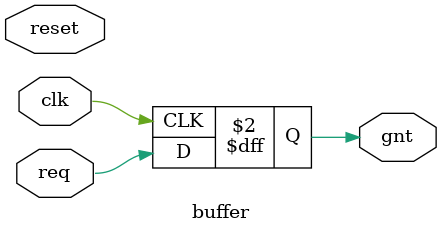
<source format=sv>
module buffer(
  input wire clk,req,reset,
  output reg gnt);
//=================================================
// Actual DUT RTL
//=================================================
always @ (posedge clk)
  gnt <= req;

endmodule

</source>
